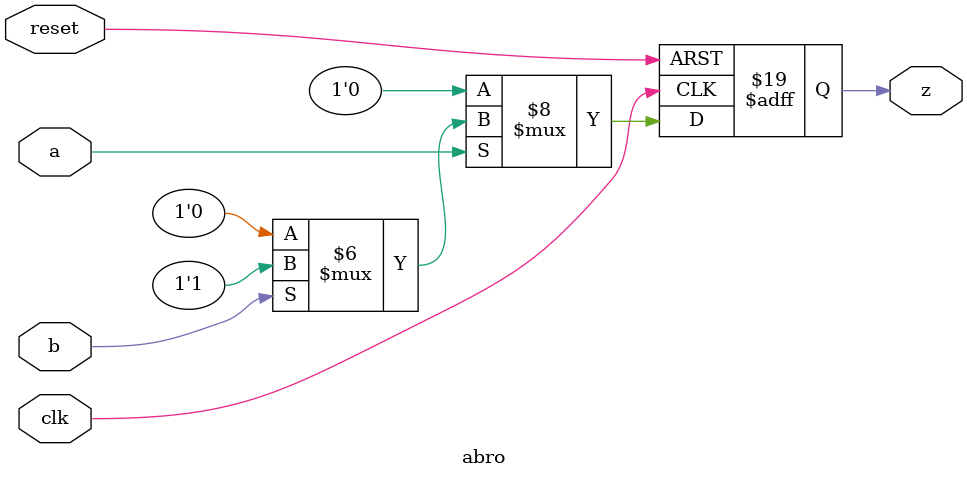
<source format=v>
module abro(
input clk,
input reset,
input a,
input b,
output z );
parameter IDLE = 0,
SA = 1,
SB = 2,
SAB = 3;
reg [1:0] cur_state,next_state;
// The output z is high when 1 is received for signals a and b in any order.
// If cur_state is IDLE and a and b are both high, state changes to SAB
// If cur_state is IDLE, and a is high, state changes to SA
// If cur_state is IDLE, and b is high, state changes to SB
// If cur_state is SA, and b is high, state changes to SAB
// If cur_state is SB, and a is high, state changes to SAB
// If cur_state is SAB, state changes to IDLE
// z is assigned one when cur_state is SAB
reg z;
always @(posedge clk or posedge reset) begin
  if(reset) begin
    cur_state <= IDLE;
    z <= 0;
  end else begin
    if(a) begin
      if(b) begin
        cur_state <= SAB;
        z <= 1;
      end else begin
        cur_state <= SA;
        z <= 0;
      end
    end else begin
      if(b) begin
        cur_state <= SB;
        z <= 0;
      end else begin
        cur_state <= IDLE;
        z <= 0;
      end
    end
  end
end
endmodule

</source>
